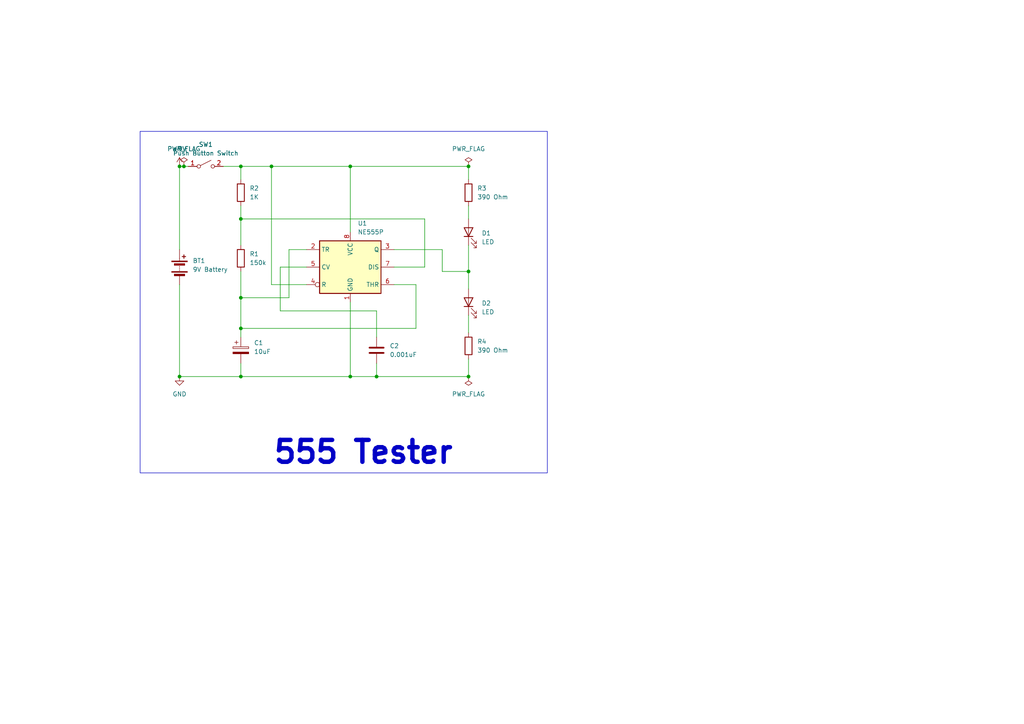
<source format=kicad_sch>
(kicad_sch
	(version 20250114)
	(generator "eeschema")
	(generator_version "9.0")
	(uuid "3114c88a-c055-43a9-b1c8-6a4639cb557e")
	(paper "A4")
	(lib_symbols
		(symbol "Device:Battery"
			(pin_numbers
				(hide yes)
			)
			(pin_names
				(offset 0)
				(hide yes)
			)
			(exclude_from_sim no)
			(in_bom yes)
			(on_board yes)
			(property "Reference" "BT"
				(at 2.54 2.54 0)
				(effects
					(font
						(size 1.27 1.27)
					)
					(justify left)
				)
			)
			(property "Value" "Battery"
				(at 2.54 0 0)
				(effects
					(font
						(size 1.27 1.27)
					)
					(justify left)
				)
			)
			(property "Footprint" ""
				(at 0 1.524 90)
				(effects
					(font
						(size 1.27 1.27)
					)
					(hide yes)
				)
			)
			(property "Datasheet" "~"
				(at 0 1.524 90)
				(effects
					(font
						(size 1.27 1.27)
					)
					(hide yes)
				)
			)
			(property "Description" "Multiple-cell battery"
				(at 0 0 0)
				(effects
					(font
						(size 1.27 1.27)
					)
					(hide yes)
				)
			)
			(property "ki_keywords" "batt voltage-source cell"
				(at 0 0 0)
				(effects
					(font
						(size 1.27 1.27)
					)
					(hide yes)
				)
			)
			(symbol "Battery_0_1"
				(rectangle
					(start -2.286 1.778)
					(end 2.286 1.524)
					(stroke
						(width 0)
						(type default)
					)
					(fill
						(type outline)
					)
				)
				(rectangle
					(start -2.286 -1.27)
					(end 2.286 -1.524)
					(stroke
						(width 0)
						(type default)
					)
					(fill
						(type outline)
					)
				)
				(rectangle
					(start -1.524 1.016)
					(end 1.524 0.508)
					(stroke
						(width 0)
						(type default)
					)
					(fill
						(type outline)
					)
				)
				(rectangle
					(start -1.524 -2.032)
					(end 1.524 -2.54)
					(stroke
						(width 0)
						(type default)
					)
					(fill
						(type outline)
					)
				)
				(polyline
					(pts
						(xy 0 1.778) (xy 0 2.54)
					)
					(stroke
						(width 0)
						(type default)
					)
					(fill
						(type none)
					)
				)
				(polyline
					(pts
						(xy 0 0) (xy 0 0.254)
					)
					(stroke
						(width 0)
						(type default)
					)
					(fill
						(type none)
					)
				)
				(polyline
					(pts
						(xy 0 -0.508) (xy 0 -0.254)
					)
					(stroke
						(width 0)
						(type default)
					)
					(fill
						(type none)
					)
				)
				(polyline
					(pts
						(xy 0 -1.016) (xy 0 -0.762)
					)
					(stroke
						(width 0)
						(type default)
					)
					(fill
						(type none)
					)
				)
				(polyline
					(pts
						(xy 0.762 3.048) (xy 1.778 3.048)
					)
					(stroke
						(width 0.254)
						(type default)
					)
					(fill
						(type none)
					)
				)
				(polyline
					(pts
						(xy 1.27 3.556) (xy 1.27 2.54)
					)
					(stroke
						(width 0.254)
						(type default)
					)
					(fill
						(type none)
					)
				)
			)
			(symbol "Battery_1_1"
				(pin passive line
					(at 0 5.08 270)
					(length 2.54)
					(name "+"
						(effects
							(font
								(size 1.27 1.27)
							)
						)
					)
					(number "1"
						(effects
							(font
								(size 1.27 1.27)
							)
						)
					)
				)
				(pin passive line
					(at 0 -5.08 90)
					(length 2.54)
					(name "-"
						(effects
							(font
								(size 1.27 1.27)
							)
						)
					)
					(number "2"
						(effects
							(font
								(size 1.27 1.27)
							)
						)
					)
				)
			)
			(embedded_fonts no)
		)
		(symbol "Device:C"
			(pin_numbers
				(hide yes)
			)
			(pin_names
				(offset 0.254)
			)
			(exclude_from_sim no)
			(in_bom yes)
			(on_board yes)
			(property "Reference" "C"
				(at 0.635 2.54 0)
				(effects
					(font
						(size 1.27 1.27)
					)
					(justify left)
				)
			)
			(property "Value" "C"
				(at 0.635 -2.54 0)
				(effects
					(font
						(size 1.27 1.27)
					)
					(justify left)
				)
			)
			(property "Footprint" ""
				(at 0.9652 -3.81 0)
				(effects
					(font
						(size 1.27 1.27)
					)
					(hide yes)
				)
			)
			(property "Datasheet" "~"
				(at 0 0 0)
				(effects
					(font
						(size 1.27 1.27)
					)
					(hide yes)
				)
			)
			(property "Description" "Unpolarized capacitor"
				(at 0 0 0)
				(effects
					(font
						(size 1.27 1.27)
					)
					(hide yes)
				)
			)
			(property "ki_keywords" "cap capacitor"
				(at 0 0 0)
				(effects
					(font
						(size 1.27 1.27)
					)
					(hide yes)
				)
			)
			(property "ki_fp_filters" "C_*"
				(at 0 0 0)
				(effects
					(font
						(size 1.27 1.27)
					)
					(hide yes)
				)
			)
			(symbol "C_0_1"
				(polyline
					(pts
						(xy -2.032 0.762) (xy 2.032 0.762)
					)
					(stroke
						(width 0.508)
						(type default)
					)
					(fill
						(type none)
					)
				)
				(polyline
					(pts
						(xy -2.032 -0.762) (xy 2.032 -0.762)
					)
					(stroke
						(width 0.508)
						(type default)
					)
					(fill
						(type none)
					)
				)
			)
			(symbol "C_1_1"
				(pin passive line
					(at 0 3.81 270)
					(length 2.794)
					(name "~"
						(effects
							(font
								(size 1.27 1.27)
							)
						)
					)
					(number "1"
						(effects
							(font
								(size 1.27 1.27)
							)
						)
					)
				)
				(pin passive line
					(at 0 -3.81 90)
					(length 2.794)
					(name "~"
						(effects
							(font
								(size 1.27 1.27)
							)
						)
					)
					(number "2"
						(effects
							(font
								(size 1.27 1.27)
							)
						)
					)
				)
			)
			(embedded_fonts no)
		)
		(symbol "Device:C_Polarized"
			(pin_numbers
				(hide yes)
			)
			(pin_names
				(offset 0.254)
			)
			(exclude_from_sim no)
			(in_bom yes)
			(on_board yes)
			(property "Reference" "C"
				(at 0.635 2.54 0)
				(effects
					(font
						(size 1.27 1.27)
					)
					(justify left)
				)
			)
			(property "Value" "C_Polarized"
				(at 0.635 -2.54 0)
				(effects
					(font
						(size 1.27 1.27)
					)
					(justify left)
				)
			)
			(property "Footprint" ""
				(at 0.9652 -3.81 0)
				(effects
					(font
						(size 1.27 1.27)
					)
					(hide yes)
				)
			)
			(property "Datasheet" "~"
				(at 0 0 0)
				(effects
					(font
						(size 1.27 1.27)
					)
					(hide yes)
				)
			)
			(property "Description" "Polarized capacitor"
				(at 0 0 0)
				(effects
					(font
						(size 1.27 1.27)
					)
					(hide yes)
				)
			)
			(property "ki_keywords" "cap capacitor"
				(at 0 0 0)
				(effects
					(font
						(size 1.27 1.27)
					)
					(hide yes)
				)
			)
			(property "ki_fp_filters" "CP_*"
				(at 0 0 0)
				(effects
					(font
						(size 1.27 1.27)
					)
					(hide yes)
				)
			)
			(symbol "C_Polarized_0_1"
				(rectangle
					(start -2.286 0.508)
					(end 2.286 1.016)
					(stroke
						(width 0)
						(type default)
					)
					(fill
						(type none)
					)
				)
				(polyline
					(pts
						(xy -1.778 2.286) (xy -0.762 2.286)
					)
					(stroke
						(width 0)
						(type default)
					)
					(fill
						(type none)
					)
				)
				(polyline
					(pts
						(xy -1.27 2.794) (xy -1.27 1.778)
					)
					(stroke
						(width 0)
						(type default)
					)
					(fill
						(type none)
					)
				)
				(rectangle
					(start 2.286 -0.508)
					(end -2.286 -1.016)
					(stroke
						(width 0)
						(type default)
					)
					(fill
						(type outline)
					)
				)
			)
			(symbol "C_Polarized_1_1"
				(pin passive line
					(at 0 3.81 270)
					(length 2.794)
					(name "~"
						(effects
							(font
								(size 1.27 1.27)
							)
						)
					)
					(number "1"
						(effects
							(font
								(size 1.27 1.27)
							)
						)
					)
				)
				(pin passive line
					(at 0 -3.81 90)
					(length 2.794)
					(name "~"
						(effects
							(font
								(size 1.27 1.27)
							)
						)
					)
					(number "2"
						(effects
							(font
								(size 1.27 1.27)
							)
						)
					)
				)
			)
			(embedded_fonts no)
		)
		(symbol "Device:LED"
			(pin_numbers
				(hide yes)
			)
			(pin_names
				(offset 1.016)
				(hide yes)
			)
			(exclude_from_sim no)
			(in_bom yes)
			(on_board yes)
			(property "Reference" "D"
				(at 0 2.54 0)
				(effects
					(font
						(size 1.27 1.27)
					)
				)
			)
			(property "Value" "LED"
				(at 0 -2.54 0)
				(effects
					(font
						(size 1.27 1.27)
					)
				)
			)
			(property "Footprint" ""
				(at 0 0 0)
				(effects
					(font
						(size 1.27 1.27)
					)
					(hide yes)
				)
			)
			(property "Datasheet" "~"
				(at 0 0 0)
				(effects
					(font
						(size 1.27 1.27)
					)
					(hide yes)
				)
			)
			(property "Description" "Light emitting diode"
				(at 0 0 0)
				(effects
					(font
						(size 1.27 1.27)
					)
					(hide yes)
				)
			)
			(property "Sim.Pins" "1=K 2=A"
				(at 0 0 0)
				(effects
					(font
						(size 1.27 1.27)
					)
					(hide yes)
				)
			)
			(property "ki_keywords" "LED diode"
				(at 0 0 0)
				(effects
					(font
						(size 1.27 1.27)
					)
					(hide yes)
				)
			)
			(property "ki_fp_filters" "LED* LED_SMD:* LED_THT:*"
				(at 0 0 0)
				(effects
					(font
						(size 1.27 1.27)
					)
					(hide yes)
				)
			)
			(symbol "LED_0_1"
				(polyline
					(pts
						(xy -3.048 -0.762) (xy -4.572 -2.286) (xy -3.81 -2.286) (xy -4.572 -2.286) (xy -4.572 -1.524)
					)
					(stroke
						(width 0)
						(type default)
					)
					(fill
						(type none)
					)
				)
				(polyline
					(pts
						(xy -1.778 -0.762) (xy -3.302 -2.286) (xy -2.54 -2.286) (xy -3.302 -2.286) (xy -3.302 -1.524)
					)
					(stroke
						(width 0)
						(type default)
					)
					(fill
						(type none)
					)
				)
				(polyline
					(pts
						(xy -1.27 0) (xy 1.27 0)
					)
					(stroke
						(width 0)
						(type default)
					)
					(fill
						(type none)
					)
				)
				(polyline
					(pts
						(xy -1.27 -1.27) (xy -1.27 1.27)
					)
					(stroke
						(width 0.254)
						(type default)
					)
					(fill
						(type none)
					)
				)
				(polyline
					(pts
						(xy 1.27 -1.27) (xy 1.27 1.27) (xy -1.27 0) (xy 1.27 -1.27)
					)
					(stroke
						(width 0.254)
						(type default)
					)
					(fill
						(type none)
					)
				)
			)
			(symbol "LED_1_1"
				(pin passive line
					(at -3.81 0 0)
					(length 2.54)
					(name "K"
						(effects
							(font
								(size 1.27 1.27)
							)
						)
					)
					(number "1"
						(effects
							(font
								(size 1.27 1.27)
							)
						)
					)
				)
				(pin passive line
					(at 3.81 0 180)
					(length 2.54)
					(name "A"
						(effects
							(font
								(size 1.27 1.27)
							)
						)
					)
					(number "2"
						(effects
							(font
								(size 1.27 1.27)
							)
						)
					)
				)
			)
			(embedded_fonts no)
		)
		(symbol "Device:R"
			(pin_numbers
				(hide yes)
			)
			(pin_names
				(offset 0)
			)
			(exclude_from_sim no)
			(in_bom yes)
			(on_board yes)
			(property "Reference" "R"
				(at 2.032 0 90)
				(effects
					(font
						(size 1.27 1.27)
					)
				)
			)
			(property "Value" "R"
				(at 0 0 90)
				(effects
					(font
						(size 1.27 1.27)
					)
				)
			)
			(property "Footprint" ""
				(at -1.778 0 90)
				(effects
					(font
						(size 1.27 1.27)
					)
					(hide yes)
				)
			)
			(property "Datasheet" "~"
				(at 0 0 0)
				(effects
					(font
						(size 1.27 1.27)
					)
					(hide yes)
				)
			)
			(property "Description" "Resistor"
				(at 0 0 0)
				(effects
					(font
						(size 1.27 1.27)
					)
					(hide yes)
				)
			)
			(property "ki_keywords" "R res resistor"
				(at 0 0 0)
				(effects
					(font
						(size 1.27 1.27)
					)
					(hide yes)
				)
			)
			(property "ki_fp_filters" "R_*"
				(at 0 0 0)
				(effects
					(font
						(size 1.27 1.27)
					)
					(hide yes)
				)
			)
			(symbol "R_0_1"
				(rectangle
					(start -1.016 -2.54)
					(end 1.016 2.54)
					(stroke
						(width 0.254)
						(type default)
					)
					(fill
						(type none)
					)
				)
			)
			(symbol "R_1_1"
				(pin passive line
					(at 0 3.81 270)
					(length 1.27)
					(name "~"
						(effects
							(font
								(size 1.27 1.27)
							)
						)
					)
					(number "1"
						(effects
							(font
								(size 1.27 1.27)
							)
						)
					)
				)
				(pin passive line
					(at 0 -3.81 90)
					(length 1.27)
					(name "~"
						(effects
							(font
								(size 1.27 1.27)
							)
						)
					)
					(number "2"
						(effects
							(font
								(size 1.27 1.27)
							)
						)
					)
				)
			)
			(embedded_fonts no)
		)
		(symbol "Switch:SW_SPST"
			(pin_names
				(offset 0)
				(hide yes)
			)
			(exclude_from_sim no)
			(in_bom yes)
			(on_board yes)
			(property "Reference" "SW"
				(at 0 3.175 0)
				(effects
					(font
						(size 1.27 1.27)
					)
				)
			)
			(property "Value" "SW_SPST"
				(at 0 -2.54 0)
				(effects
					(font
						(size 1.27 1.27)
					)
				)
			)
			(property "Footprint" ""
				(at 0 0 0)
				(effects
					(font
						(size 1.27 1.27)
					)
					(hide yes)
				)
			)
			(property "Datasheet" "~"
				(at 0 0 0)
				(effects
					(font
						(size 1.27 1.27)
					)
					(hide yes)
				)
			)
			(property "Description" "Single Pole Single Throw (SPST) switch"
				(at 0 0 0)
				(effects
					(font
						(size 1.27 1.27)
					)
					(hide yes)
				)
			)
			(property "ki_keywords" "switch lever"
				(at 0 0 0)
				(effects
					(font
						(size 1.27 1.27)
					)
					(hide yes)
				)
			)
			(symbol "SW_SPST_0_0"
				(circle
					(center -2.032 0)
					(radius 0.508)
					(stroke
						(width 0)
						(type default)
					)
					(fill
						(type none)
					)
				)
				(polyline
					(pts
						(xy -1.524 0.254) (xy 1.524 1.778)
					)
					(stroke
						(width 0)
						(type default)
					)
					(fill
						(type none)
					)
				)
				(circle
					(center 2.032 0)
					(radius 0.508)
					(stroke
						(width 0)
						(type default)
					)
					(fill
						(type none)
					)
				)
			)
			(symbol "SW_SPST_1_1"
				(pin passive line
					(at -5.08 0 0)
					(length 2.54)
					(name "A"
						(effects
							(font
								(size 1.27 1.27)
							)
						)
					)
					(number "1"
						(effects
							(font
								(size 1.27 1.27)
							)
						)
					)
				)
				(pin passive line
					(at 5.08 0 180)
					(length 2.54)
					(name "B"
						(effects
							(font
								(size 1.27 1.27)
							)
						)
					)
					(number "2"
						(effects
							(font
								(size 1.27 1.27)
							)
						)
					)
				)
			)
			(embedded_fonts no)
		)
		(symbol "Timer:NE555P"
			(exclude_from_sim no)
			(in_bom yes)
			(on_board yes)
			(property "Reference" "U"
				(at -10.16 8.89 0)
				(effects
					(font
						(size 1.27 1.27)
					)
					(justify left)
				)
			)
			(property "Value" "NE555P"
				(at 2.54 8.89 0)
				(effects
					(font
						(size 1.27 1.27)
					)
					(justify left)
				)
			)
			(property "Footprint" "Package_DIP:DIP-8_W7.62mm"
				(at 16.51 -10.16 0)
				(effects
					(font
						(size 1.27 1.27)
					)
					(hide yes)
				)
			)
			(property "Datasheet" "http://www.ti.com/lit/ds/symlink/ne555.pdf"
				(at 21.59 -10.16 0)
				(effects
					(font
						(size 1.27 1.27)
					)
					(hide yes)
				)
			)
			(property "Description" "Precision Timers, 555 compatible,  PDIP-8"
				(at 0 0 0)
				(effects
					(font
						(size 1.27 1.27)
					)
					(hide yes)
				)
			)
			(property "ki_keywords" "single timer 555"
				(at 0 0 0)
				(effects
					(font
						(size 1.27 1.27)
					)
					(hide yes)
				)
			)
			(property "ki_fp_filters" "DIP*W7.62mm*"
				(at 0 0 0)
				(effects
					(font
						(size 1.27 1.27)
					)
					(hide yes)
				)
			)
			(symbol "NE555P_0_0"
				(pin power_in line
					(at 0 10.16 270)
					(length 2.54)
					(name "VCC"
						(effects
							(font
								(size 1.27 1.27)
							)
						)
					)
					(number "8"
						(effects
							(font
								(size 1.27 1.27)
							)
						)
					)
				)
				(pin power_in line
					(at 0 -10.16 90)
					(length 2.54)
					(name "GND"
						(effects
							(font
								(size 1.27 1.27)
							)
						)
					)
					(number "1"
						(effects
							(font
								(size 1.27 1.27)
							)
						)
					)
				)
			)
			(symbol "NE555P_0_1"
				(rectangle
					(start -8.89 -7.62)
					(end 8.89 7.62)
					(stroke
						(width 0.254)
						(type default)
					)
					(fill
						(type background)
					)
				)
				(rectangle
					(start -8.89 -7.62)
					(end 8.89 7.62)
					(stroke
						(width 0.254)
						(type default)
					)
					(fill
						(type background)
					)
				)
			)
			(symbol "NE555P_1_1"
				(pin input line
					(at -12.7 5.08 0)
					(length 3.81)
					(name "TR"
						(effects
							(font
								(size 1.27 1.27)
							)
						)
					)
					(number "2"
						(effects
							(font
								(size 1.27 1.27)
							)
						)
					)
				)
				(pin input line
					(at -12.7 0 0)
					(length 3.81)
					(name "CV"
						(effects
							(font
								(size 1.27 1.27)
							)
						)
					)
					(number "5"
						(effects
							(font
								(size 1.27 1.27)
							)
						)
					)
				)
				(pin input inverted
					(at -12.7 -5.08 0)
					(length 3.81)
					(name "R"
						(effects
							(font
								(size 1.27 1.27)
							)
						)
					)
					(number "4"
						(effects
							(font
								(size 1.27 1.27)
							)
						)
					)
				)
				(pin output line
					(at 12.7 5.08 180)
					(length 3.81)
					(name "Q"
						(effects
							(font
								(size 1.27 1.27)
							)
						)
					)
					(number "3"
						(effects
							(font
								(size 1.27 1.27)
							)
						)
					)
				)
				(pin input line
					(at 12.7 0 180)
					(length 3.81)
					(name "DIS"
						(effects
							(font
								(size 1.27 1.27)
							)
						)
					)
					(number "7"
						(effects
							(font
								(size 1.27 1.27)
							)
						)
					)
				)
				(pin input line
					(at 12.7 -5.08 180)
					(length 3.81)
					(name "THR"
						(effects
							(font
								(size 1.27 1.27)
							)
						)
					)
					(number "6"
						(effects
							(font
								(size 1.27 1.27)
							)
						)
					)
				)
			)
			(embedded_fonts no)
		)
		(symbol "power:+9V"
			(power)
			(pin_numbers
				(hide yes)
			)
			(pin_names
				(offset 0)
				(hide yes)
			)
			(exclude_from_sim no)
			(in_bom yes)
			(on_board yes)
			(property "Reference" "#PWR"
				(at 0 -3.81 0)
				(effects
					(font
						(size 1.27 1.27)
					)
					(hide yes)
				)
			)
			(property "Value" "+9V"
				(at 0 3.556 0)
				(effects
					(font
						(size 1.27 1.27)
					)
				)
			)
			(property "Footprint" ""
				(at 0 0 0)
				(effects
					(font
						(size 1.27 1.27)
					)
					(hide yes)
				)
			)
			(property "Datasheet" ""
				(at 0 0 0)
				(effects
					(font
						(size 1.27 1.27)
					)
					(hide yes)
				)
			)
			(property "Description" "Power symbol creates a global label with name \"+9V\""
				(at 0 0 0)
				(effects
					(font
						(size 1.27 1.27)
					)
					(hide yes)
				)
			)
			(property "ki_keywords" "global power"
				(at 0 0 0)
				(effects
					(font
						(size 1.27 1.27)
					)
					(hide yes)
				)
			)
			(symbol "+9V_0_1"
				(polyline
					(pts
						(xy -0.762 1.27) (xy 0 2.54)
					)
					(stroke
						(width 0)
						(type default)
					)
					(fill
						(type none)
					)
				)
				(polyline
					(pts
						(xy 0 2.54) (xy 0.762 1.27)
					)
					(stroke
						(width 0)
						(type default)
					)
					(fill
						(type none)
					)
				)
				(polyline
					(pts
						(xy 0 0) (xy 0 2.54)
					)
					(stroke
						(width 0)
						(type default)
					)
					(fill
						(type none)
					)
				)
			)
			(symbol "+9V_1_1"
				(pin power_in line
					(at 0 0 90)
					(length 0)
					(name "~"
						(effects
							(font
								(size 1.27 1.27)
							)
						)
					)
					(number "1"
						(effects
							(font
								(size 1.27 1.27)
							)
						)
					)
				)
			)
			(embedded_fonts no)
		)
		(symbol "power:GND"
			(power)
			(pin_numbers
				(hide yes)
			)
			(pin_names
				(offset 0)
				(hide yes)
			)
			(exclude_from_sim no)
			(in_bom yes)
			(on_board yes)
			(property "Reference" "#PWR"
				(at 0 -6.35 0)
				(effects
					(font
						(size 1.27 1.27)
					)
					(hide yes)
				)
			)
			(property "Value" "GND"
				(at 0 -3.81 0)
				(effects
					(font
						(size 1.27 1.27)
					)
				)
			)
			(property "Footprint" ""
				(at 0 0 0)
				(effects
					(font
						(size 1.27 1.27)
					)
					(hide yes)
				)
			)
			(property "Datasheet" ""
				(at 0 0 0)
				(effects
					(font
						(size 1.27 1.27)
					)
					(hide yes)
				)
			)
			(property "Description" "Power symbol creates a global label with name \"GND\" , ground"
				(at 0 0 0)
				(effects
					(font
						(size 1.27 1.27)
					)
					(hide yes)
				)
			)
			(property "ki_keywords" "global power"
				(at 0 0 0)
				(effects
					(font
						(size 1.27 1.27)
					)
					(hide yes)
				)
			)
			(symbol "GND_0_1"
				(polyline
					(pts
						(xy 0 0) (xy 0 -1.27) (xy 1.27 -1.27) (xy 0 -2.54) (xy -1.27 -1.27) (xy 0 -1.27)
					)
					(stroke
						(width 0)
						(type default)
					)
					(fill
						(type none)
					)
				)
			)
			(symbol "GND_1_1"
				(pin power_in line
					(at 0 0 270)
					(length 0)
					(name "~"
						(effects
							(font
								(size 1.27 1.27)
							)
						)
					)
					(number "1"
						(effects
							(font
								(size 1.27 1.27)
							)
						)
					)
				)
			)
			(embedded_fonts no)
		)
		(symbol "power:PWR_FLAG"
			(power)
			(pin_numbers
				(hide yes)
			)
			(pin_names
				(offset 0)
				(hide yes)
			)
			(exclude_from_sim no)
			(in_bom yes)
			(on_board yes)
			(property "Reference" "#FLG"
				(at 0 1.905 0)
				(effects
					(font
						(size 1.27 1.27)
					)
					(hide yes)
				)
			)
			(property "Value" "PWR_FLAG"
				(at 0 3.81 0)
				(effects
					(font
						(size 1.27 1.27)
					)
				)
			)
			(property "Footprint" ""
				(at 0 0 0)
				(effects
					(font
						(size 1.27 1.27)
					)
					(hide yes)
				)
			)
			(property "Datasheet" "~"
				(at 0 0 0)
				(effects
					(font
						(size 1.27 1.27)
					)
					(hide yes)
				)
			)
			(property "Description" "Special symbol for telling ERC where power comes from"
				(at 0 0 0)
				(effects
					(font
						(size 1.27 1.27)
					)
					(hide yes)
				)
			)
			(property "ki_keywords" "flag power"
				(at 0 0 0)
				(effects
					(font
						(size 1.27 1.27)
					)
					(hide yes)
				)
			)
			(symbol "PWR_FLAG_0_0"
				(pin power_out line
					(at 0 0 90)
					(length 0)
					(name "~"
						(effects
							(font
								(size 1.27 1.27)
							)
						)
					)
					(number "1"
						(effects
							(font
								(size 1.27 1.27)
							)
						)
					)
				)
			)
			(symbol "PWR_FLAG_0_1"
				(polyline
					(pts
						(xy 0 0) (xy 0 1.27) (xy -1.016 1.905) (xy 0 2.54) (xy 1.016 1.905) (xy 0 1.27)
					)
					(stroke
						(width 0)
						(type default)
					)
					(fill
						(type none)
					)
				)
			)
			(embedded_fonts no)
		)
	)
	(rectangle
		(start 40.64 38.1)
		(end 158.75 137.16)
		(stroke
			(width 0)
			(type default)
		)
		(fill
			(type none)
		)
		(uuid 5b5edf72-8b18-4cdb-b501-90ce4c71ad44)
	)
	(text "555 Tester"
		(exclude_from_sim no)
		(at 105.41 131.318 0)
		(effects
			(font
				(size 6.35 6.35)
				(thickness 1.27)
				(bold yes)
			)
		)
		(uuid "f4c733a8-cd21-4789-a6eb-f2c6f74b54d8")
	)
	(junction
		(at 101.6 48.26)
		(diameter 0)
		(color 0 0 0 0)
		(uuid "042a4a24-2eda-4004-9041-70e2669115c2")
	)
	(junction
		(at 53.34 48.26)
		(diameter 0)
		(color 0 0 0 0)
		(uuid "0ce3f130-3750-4075-9054-066b9bfe9a8d")
	)
	(junction
		(at 69.85 48.26)
		(diameter 0)
		(color 0 0 0 0)
		(uuid "11c0142b-9fc9-4af5-bb8e-bff418cefa91")
	)
	(junction
		(at 69.85 95.25)
		(diameter 0)
		(color 0 0 0 0)
		(uuid "11fea3d0-6241-4727-bef7-a6d583445519")
	)
	(junction
		(at 69.85 86.36)
		(diameter 0)
		(color 0 0 0 0)
		(uuid "15daa86c-77b9-459e-bbd7-dc14c016e34c")
	)
	(junction
		(at 135.89 78.74)
		(diameter 0)
		(color 0 0 0 0)
		(uuid "225113c2-6d94-4fdd-97a4-eac59fa9682f")
	)
	(junction
		(at 135.89 48.26)
		(diameter 0)
		(color 0 0 0 0)
		(uuid "296f4cfe-c2bb-49c2-9ad6-162737203a07")
	)
	(junction
		(at 52.07 48.26)
		(diameter 0)
		(color 0 0 0 0)
		(uuid "4ea6f5a4-c977-4e1a-b7fa-cc59033612ba")
	)
	(junction
		(at 109.22 109.22)
		(diameter 0)
		(color 0 0 0 0)
		(uuid "55ff0b2f-f264-45a8-a44c-ab53a70fe80d")
	)
	(junction
		(at 135.89 109.22)
		(diameter 0)
		(color 0 0 0 0)
		(uuid "92d8d150-a3b5-4689-9b3e-2efc7ae4b5ef")
	)
	(junction
		(at 69.85 109.22)
		(diameter 0)
		(color 0 0 0 0)
		(uuid "946265ec-2544-47ab-8a69-33b239274fa6")
	)
	(junction
		(at 101.6 109.22)
		(diameter 0)
		(color 0 0 0 0)
		(uuid "ab6a5955-6e3d-47c7-861b-90dae2d55797")
	)
	(junction
		(at 78.74 48.26)
		(diameter 0)
		(color 0 0 0 0)
		(uuid "cac7c87c-761d-4c15-8543-dd73c436ab56")
	)
	(junction
		(at 52.07 109.22)
		(diameter 0)
		(color 0 0 0 0)
		(uuid "d9e56767-e981-4ca3-a8de-fa3ce1712697")
	)
	(junction
		(at 69.85 63.5)
		(diameter 0)
		(color 0 0 0 0)
		(uuid "f57b8cae-765a-4fe0-90bf-6b1edbb8b4e7")
	)
	(wire
		(pts
			(xy 69.85 95.25) (xy 69.85 97.79)
		)
		(stroke
			(width 0)
			(type default)
		)
		(uuid "02dd9cfc-4f9d-483f-a2ed-d201f54eb717")
	)
	(wire
		(pts
			(xy 128.27 72.39) (xy 128.27 78.74)
		)
		(stroke
			(width 0)
			(type default)
		)
		(uuid "03e26bde-1371-43c4-ac61-ec43f4e95493")
	)
	(wire
		(pts
			(xy 114.3 72.39) (xy 128.27 72.39)
		)
		(stroke
			(width 0)
			(type default)
		)
		(uuid "06b9386f-039d-4a59-9554-09bc7eb3bffe")
	)
	(wire
		(pts
			(xy 83.82 72.39) (xy 83.82 86.36)
		)
		(stroke
			(width 0)
			(type default)
		)
		(uuid "1cd8f2a4-bd20-481d-b988-c79602331bd2")
	)
	(wire
		(pts
			(xy 69.85 63.5) (xy 123.19 63.5)
		)
		(stroke
			(width 0)
			(type default)
		)
		(uuid "20a378b7-441e-4cca-863f-c4b03bd4c2b9")
	)
	(wire
		(pts
			(xy 69.85 105.41) (xy 69.85 109.22)
		)
		(stroke
			(width 0)
			(type default)
		)
		(uuid "2359fa14-3a7c-437c-9cf0-dc1f4924c8d5")
	)
	(wire
		(pts
			(xy 128.27 78.74) (xy 135.89 78.74)
		)
		(stroke
			(width 0)
			(type default)
		)
		(uuid "2e8acdac-ca32-4546-aef4-aaa6fdcf5ccb")
	)
	(wire
		(pts
			(xy 109.22 109.22) (xy 135.89 109.22)
		)
		(stroke
			(width 0)
			(type default)
		)
		(uuid "2fb03226-d077-405b-abc8-cfcac49da4a5")
	)
	(wire
		(pts
			(xy 101.6 87.63) (xy 101.6 109.22)
		)
		(stroke
			(width 0)
			(type default)
		)
		(uuid "30e3ee50-9388-4b25-ab3e-153f3dcccc92")
	)
	(wire
		(pts
			(xy 88.9 72.39) (xy 83.82 72.39)
		)
		(stroke
			(width 0)
			(type default)
		)
		(uuid "3294dafe-c2cc-48e5-b31e-42725654df22")
	)
	(wire
		(pts
			(xy 52.07 82.55) (xy 52.07 109.22)
		)
		(stroke
			(width 0)
			(type default)
		)
		(uuid "335c8f8e-7aeb-42fc-83cc-bc0b77ed325a")
	)
	(wire
		(pts
			(xy 88.9 77.47) (xy 81.28 77.47)
		)
		(stroke
			(width 0)
			(type default)
		)
		(uuid "382de3a1-1e5f-4df2-aa84-8ce94cf93c20")
	)
	(wire
		(pts
			(xy 120.65 95.25) (xy 69.85 95.25)
		)
		(stroke
			(width 0)
			(type default)
		)
		(uuid "3bf9cad6-263d-4a91-a9cf-cf6353af6583")
	)
	(wire
		(pts
			(xy 114.3 77.47) (xy 123.19 77.47)
		)
		(stroke
			(width 0)
			(type default)
		)
		(uuid "3fc81bb3-9cf3-401e-99af-66b96475a6ac")
	)
	(wire
		(pts
			(xy 101.6 109.22) (xy 109.22 109.22)
		)
		(stroke
			(width 0)
			(type default)
		)
		(uuid "40af74c5-6786-4c28-bcb3-6d197eea2532")
	)
	(wire
		(pts
			(xy 114.3 82.55) (xy 120.65 82.55)
		)
		(stroke
			(width 0)
			(type default)
		)
		(uuid "4117a939-2dff-4812-ace1-dbf9450c677a")
	)
	(wire
		(pts
			(xy 69.85 78.74) (xy 69.85 86.36)
		)
		(stroke
			(width 0)
			(type default)
		)
		(uuid "47250a6a-11be-44bb-85b0-92866c09033a")
	)
	(wire
		(pts
			(xy 109.22 90.17) (xy 109.22 97.79)
		)
		(stroke
			(width 0)
			(type default)
		)
		(uuid "62acdea3-7653-4b08-bcd3-dcb775a8628d")
	)
	(wire
		(pts
			(xy 123.19 77.47) (xy 123.19 63.5)
		)
		(stroke
			(width 0)
			(type default)
		)
		(uuid "6a406419-1f2c-4569-af2d-985852b41e55")
	)
	(wire
		(pts
			(xy 83.82 86.36) (xy 69.85 86.36)
		)
		(stroke
			(width 0)
			(type default)
		)
		(uuid "6de28ea5-7a49-4d49-a9ad-d05f08c71e6d")
	)
	(wire
		(pts
			(xy 81.28 90.17) (xy 109.22 90.17)
		)
		(stroke
			(width 0)
			(type default)
		)
		(uuid "6ef1ce03-f58f-43f5-af27-d664ef86f7a1")
	)
	(wire
		(pts
			(xy 88.9 82.55) (xy 78.74 82.55)
		)
		(stroke
			(width 0)
			(type default)
		)
		(uuid "77437db9-81b8-4933-a78a-6cca7a482d38")
	)
	(wire
		(pts
			(xy 101.6 48.26) (xy 135.89 48.26)
		)
		(stroke
			(width 0)
			(type default)
		)
		(uuid "776bdf71-f75c-4076-aa55-e3070ee56e6d")
	)
	(wire
		(pts
			(xy 78.74 48.26) (xy 78.74 82.55)
		)
		(stroke
			(width 0)
			(type default)
		)
		(uuid "7d3c18db-2dcc-4463-9f52-f95d8201136e")
	)
	(wire
		(pts
			(xy 120.65 82.55) (xy 120.65 95.25)
		)
		(stroke
			(width 0)
			(type default)
		)
		(uuid "7dfc49cd-9f54-4caf-bd20-df85c39599b1")
	)
	(wire
		(pts
			(xy 135.89 48.26) (xy 135.89 52.07)
		)
		(stroke
			(width 0)
			(type default)
		)
		(uuid "8aef31bd-1158-4444-aa59-70b995985c01")
	)
	(wire
		(pts
			(xy 69.85 48.26) (xy 69.85 52.07)
		)
		(stroke
			(width 0)
			(type default)
		)
		(uuid "8ca7e8b3-6e38-4b28-9905-a02ce2c57f26")
	)
	(wire
		(pts
			(xy 81.28 77.47) (xy 81.28 90.17)
		)
		(stroke
			(width 0)
			(type default)
		)
		(uuid "8fb77077-9832-4d5f-a55f-0e0925123dbf")
	)
	(wire
		(pts
			(xy 78.74 48.26) (xy 101.6 48.26)
		)
		(stroke
			(width 0)
			(type default)
		)
		(uuid "95a62a7e-3ef4-4e6a-ba55-75da4473d7bd")
	)
	(wire
		(pts
			(xy 101.6 48.26) (xy 101.6 67.31)
		)
		(stroke
			(width 0)
			(type default)
		)
		(uuid "9a13af9a-722b-4756-a3e2-dccdaec3dcc4")
	)
	(wire
		(pts
			(xy 69.85 48.26) (xy 78.74 48.26)
		)
		(stroke
			(width 0)
			(type default)
		)
		(uuid "9bbe67ef-e772-4d65-8525-0ae956ecb701")
	)
	(wire
		(pts
			(xy 69.85 86.36) (xy 69.85 95.25)
		)
		(stroke
			(width 0)
			(type default)
		)
		(uuid "a6ba77c7-894c-44a3-a110-f9ded1fcdf5c")
	)
	(wire
		(pts
			(xy 69.85 59.69) (xy 69.85 63.5)
		)
		(stroke
			(width 0)
			(type default)
		)
		(uuid "ae9756f0-7c9d-49c0-9a29-361559bafda5")
	)
	(wire
		(pts
			(xy 53.34 48.26) (xy 54.61 48.26)
		)
		(stroke
			(width 0)
			(type default)
		)
		(uuid "af485a32-c174-4b16-822b-5b242d7c6193")
	)
	(wire
		(pts
			(xy 135.89 91.44) (xy 135.89 96.52)
		)
		(stroke
			(width 0)
			(type default)
		)
		(uuid "bac2d8fe-97c2-4e5e-8669-2f7fce3c5f3b")
	)
	(wire
		(pts
			(xy 52.07 109.22) (xy 69.85 109.22)
		)
		(stroke
			(width 0)
			(type default)
		)
		(uuid "bfd7faa2-265c-42d5-942e-14f815fb2ce9")
	)
	(wire
		(pts
			(xy 69.85 109.22) (xy 101.6 109.22)
		)
		(stroke
			(width 0)
			(type default)
		)
		(uuid "c6944075-2dd2-4146-9175-e045d9880663")
	)
	(wire
		(pts
			(xy 135.89 71.12) (xy 135.89 78.74)
		)
		(stroke
			(width 0)
			(type default)
		)
		(uuid "cb317871-46e2-464b-90ca-07ce5d9d2b94")
	)
	(wire
		(pts
			(xy 135.89 59.69) (xy 135.89 63.5)
		)
		(stroke
			(width 0)
			(type default)
		)
		(uuid "d1b6c987-5f21-40a2-bcc7-16ec78adbe9f")
	)
	(wire
		(pts
			(xy 52.07 48.26) (xy 53.34 48.26)
		)
		(stroke
			(width 0)
			(type default)
		)
		(uuid "d928186d-779a-4464-9e37-2265c61b68df")
	)
	(wire
		(pts
			(xy 52.07 48.26) (xy 52.07 72.39)
		)
		(stroke
			(width 0)
			(type default)
		)
		(uuid "e499f0ed-c965-4172-b692-5d85d9a803e4")
	)
	(wire
		(pts
			(xy 135.89 104.14) (xy 135.89 109.22)
		)
		(stroke
			(width 0)
			(type default)
		)
		(uuid "ec894bd4-c9d2-427f-9502-0a82cc45377f")
	)
	(wire
		(pts
			(xy 109.22 105.41) (xy 109.22 109.22)
		)
		(stroke
			(width 0)
			(type default)
		)
		(uuid "f0f532ed-0a61-45ea-8c3d-778cd91b536b")
	)
	(wire
		(pts
			(xy 64.77 48.26) (xy 69.85 48.26)
		)
		(stroke
			(width 0)
			(type default)
		)
		(uuid "f388344a-d5ad-43a1-839b-b8c23fee3d2c")
	)
	(wire
		(pts
			(xy 69.85 63.5) (xy 69.85 71.12)
		)
		(stroke
			(width 0)
			(type default)
		)
		(uuid "f4016846-11e9-4dce-83a3-9f9b60ab213b")
	)
	(wire
		(pts
			(xy 135.89 78.74) (xy 135.89 83.82)
		)
		(stroke
			(width 0)
			(type default)
		)
		(uuid "fcb73720-ba8b-437c-887b-0f28b343cb7e")
	)
	(symbol
		(lib_id "power:PWR_FLAG")
		(at 53.34 48.26 0)
		(unit 1)
		(exclude_from_sim no)
		(in_bom yes)
		(on_board yes)
		(dnp no)
		(fields_autoplaced yes)
		(uuid "06c28b97-0627-4dd7-acd8-ad3e50e2fe56")
		(property "Reference" "#FLG02"
			(at 53.34 46.355 0)
			(effects
				(font
					(size 1.27 1.27)
				)
				(hide yes)
			)
		)
		(property "Value" "PWR_FLAG"
			(at 53.34 43.18 0)
			(effects
				(font
					(size 1.27 1.27)
				)
			)
		)
		(property "Footprint" ""
			(at 53.34 48.26 0)
			(effects
				(font
					(size 1.27 1.27)
				)
				(hide yes)
			)
		)
		(property "Datasheet" "~"
			(at 53.34 48.26 0)
			(effects
				(font
					(size 1.27 1.27)
				)
				(hide yes)
			)
		)
		(property "Description" "Special symbol for telling ERC where power comes from"
			(at 53.34 48.26 0)
			(effects
				(font
					(size 1.27 1.27)
				)
				(hide yes)
			)
		)
		(pin "1"
			(uuid "c7f5f331-149b-4264-b9c6-d3ea0d17166c")
		)
		(instances
			(project ""
				(path "/3114c88a-c055-43a9-b1c8-6a4639cb557e"
					(reference "#FLG02")
					(unit 1)
				)
			)
		)
	)
	(symbol
		(lib_id "Device:Battery")
		(at 52.07 77.47 0)
		(unit 1)
		(exclude_from_sim no)
		(in_bom yes)
		(on_board yes)
		(dnp no)
		(fields_autoplaced yes)
		(uuid "0c61d513-cf0a-417c-b48f-0e168e72fd99")
		(property "Reference" "BT1"
			(at 55.88 75.6284 0)
			(effects
				(font
					(size 1.27 1.27)
				)
				(justify left)
			)
		)
		(property "Value" "9V Battery"
			(at 55.88 78.1684 0)
			(effects
				(font
					(size 1.27 1.27)
				)
				(justify left)
			)
		)
		(property "Footprint" "Battery:BatteryHolder_Keystone_2462_2xAA"
			(at 52.07 75.946 90)
			(effects
				(font
					(size 1.27 1.27)
				)
				(hide yes)
			)
		)
		(property "Datasheet" "~"
			(at 52.07 75.946 90)
			(effects
				(font
					(size 1.27 1.27)
				)
				(hide yes)
			)
		)
		(property "Description" "Multiple-cell battery"
			(at 52.07 77.47 0)
			(effects
				(font
					(size 1.27 1.27)
				)
				(hide yes)
			)
		)
		(pin "2"
			(uuid "a0ebe049-d778-4e35-807d-32e79aa67c2c")
		)
		(pin "1"
			(uuid "37c02f9a-9d3f-438b-9fc4-6949ffd1fe1b")
		)
		(instances
			(project ""
				(path "/3114c88a-c055-43a9-b1c8-6a4639cb557e"
					(reference "BT1")
					(unit 1)
				)
			)
		)
	)
	(symbol
		(lib_id "Device:R")
		(at 69.85 55.88 0)
		(unit 1)
		(exclude_from_sim no)
		(in_bom yes)
		(on_board yes)
		(dnp no)
		(fields_autoplaced yes)
		(uuid "12518c8a-c329-47af-b413-cc1a0154055d")
		(property "Reference" "R2"
			(at 72.39 54.6099 0)
			(effects
				(font
					(size 1.27 1.27)
				)
				(justify left)
			)
		)
		(property "Value" "1K"
			(at 72.39 57.1499 0)
			(effects
				(font
					(size 1.27 1.27)
				)
				(justify left)
			)
		)
		(property "Footprint" "Resistor_THT:R_Axial_DIN0207_L6.3mm_D2.5mm_P7.62mm_Horizontal"
			(at 68.072 55.88 90)
			(effects
				(font
					(size 1.27 1.27)
				)
				(hide yes)
			)
		)
		(property "Datasheet" "~"
			(at 69.85 55.88 0)
			(effects
				(font
					(size 1.27 1.27)
				)
				(hide yes)
			)
		)
		(property "Description" "Resistor"
			(at 69.85 55.88 0)
			(effects
				(font
					(size 1.27 1.27)
				)
				(hide yes)
			)
		)
		(pin "2"
			(uuid "55431826-a6b9-4695-9d14-26d80c5773d1")
		)
		(pin "1"
			(uuid "797ed96e-0965-4af1-9a7d-c3eaef5ef5cd")
		)
		(instances
			(project ""
				(path "/3114c88a-c055-43a9-b1c8-6a4639cb557e"
					(reference "R2")
					(unit 1)
				)
			)
		)
	)
	(symbol
		(lib_id "power:+9V")
		(at 52.07 48.26 0)
		(unit 1)
		(exclude_from_sim no)
		(in_bom yes)
		(on_board yes)
		(dnp no)
		(fields_autoplaced yes)
		(uuid "3dac7bf3-533c-4b3f-9a8c-eda556aeb35a")
		(property "Reference" "#PWR02"
			(at 52.07 52.07 0)
			(effects
				(font
					(size 1.27 1.27)
				)
				(hide yes)
			)
		)
		(property "Value" "+9V"
			(at 52.07 43.18 0)
			(effects
				(font
					(size 1.27 1.27)
				)
			)
		)
		(property "Footprint" ""
			(at 52.07 48.26 0)
			(effects
				(font
					(size 1.27 1.27)
				)
				(hide yes)
			)
		)
		(property "Datasheet" ""
			(at 52.07 48.26 0)
			(effects
				(font
					(size 1.27 1.27)
				)
				(hide yes)
			)
		)
		(property "Description" "Power symbol creates a global label with name \"+9V\""
			(at 52.07 48.26 0)
			(effects
				(font
					(size 1.27 1.27)
				)
				(hide yes)
			)
		)
		(pin "1"
			(uuid "42a04f90-b742-4c3c-bdbd-0f20934a10fa")
		)
		(instances
			(project ""
				(path "/3114c88a-c055-43a9-b1c8-6a4639cb557e"
					(reference "#PWR02")
					(unit 1)
				)
			)
		)
	)
	(symbol
		(lib_id "Device:R")
		(at 135.89 55.88 0)
		(unit 1)
		(exclude_from_sim no)
		(in_bom yes)
		(on_board yes)
		(dnp no)
		(fields_autoplaced yes)
		(uuid "443544cb-c65f-4e4f-846d-e0402e1980cd")
		(property "Reference" "R3"
			(at 138.43 54.6099 0)
			(effects
				(font
					(size 1.27 1.27)
				)
				(justify left)
			)
		)
		(property "Value" "390 Ohm"
			(at 138.43 57.1499 0)
			(effects
				(font
					(size 1.27 1.27)
				)
				(justify left)
			)
		)
		(property "Footprint" "Resistor_THT:R_Axial_DIN0207_L6.3mm_D2.5mm_P7.62mm_Horizontal"
			(at 134.112 55.88 90)
			(effects
				(font
					(size 1.27 1.27)
				)
				(hide yes)
			)
		)
		(property "Datasheet" "~"
			(at 135.89 55.88 0)
			(effects
				(font
					(size 1.27 1.27)
				)
				(hide yes)
			)
		)
		(property "Description" "Resistor"
			(at 135.89 55.88 0)
			(effects
				(font
					(size 1.27 1.27)
				)
				(hide yes)
			)
		)
		(pin "1"
			(uuid "82638214-ddde-4ca7-9ae7-1e26a668bada")
		)
		(pin "2"
			(uuid "3138b87c-5771-4149-92b5-ea69b73a0e2c")
		)
		(instances
			(project ""
				(path "/3114c88a-c055-43a9-b1c8-6a4639cb557e"
					(reference "R3")
					(unit 1)
				)
			)
		)
	)
	(symbol
		(lib_id "Device:C")
		(at 109.22 101.6 0)
		(unit 1)
		(exclude_from_sim no)
		(in_bom yes)
		(on_board yes)
		(dnp no)
		(fields_autoplaced yes)
		(uuid "4563daac-d890-451c-9a45-7ac9a648c9ea")
		(property "Reference" "C2"
			(at 113.03 100.3299 0)
			(effects
				(font
					(size 1.27 1.27)
				)
				(justify left)
			)
		)
		(property "Value" "0.001uF"
			(at 113.03 102.8699 0)
			(effects
				(font
					(size 1.27 1.27)
				)
				(justify left)
			)
		)
		(property "Footprint" "Capacitor_THT:CP_Axial_L10.0mm_D4.5mm_P15.00mm_Horizontal"
			(at 110.1852 105.41 0)
			(effects
				(font
					(size 1.27 1.27)
				)
				(hide yes)
			)
		)
		(property "Datasheet" "~"
			(at 109.22 101.6 0)
			(effects
				(font
					(size 1.27 1.27)
				)
				(hide yes)
			)
		)
		(property "Description" "Unpolarized capacitor"
			(at 109.22 101.6 0)
			(effects
				(font
					(size 1.27 1.27)
				)
				(hide yes)
			)
		)
		(pin "2"
			(uuid "dbec1204-b30b-43c5-bd35-057ff690015d")
		)
		(pin "1"
			(uuid "294c997d-cc7f-4512-a1b3-69b8a271efdb")
		)
		(instances
			(project ""
				(path "/3114c88a-c055-43a9-b1c8-6a4639cb557e"
					(reference "C2")
					(unit 1)
				)
			)
		)
	)
	(symbol
		(lib_id "Device:LED")
		(at 135.89 87.63 90)
		(unit 1)
		(exclude_from_sim no)
		(in_bom yes)
		(on_board yes)
		(dnp no)
		(fields_autoplaced yes)
		(uuid "4afff72a-a361-4082-b39d-fd85f9fe4a7e")
		(property "Reference" "D2"
			(at 139.7 87.9474 90)
			(effects
				(font
					(size 1.27 1.27)
				)
				(justify right)
			)
		)
		(property "Value" "LED"
			(at 139.7 90.4874 90)
			(effects
				(font
					(size 1.27 1.27)
				)
				(justify right)
			)
		)
		(property "Footprint" "LED_THT:LED_D3.0mm"
			(at 135.89 87.63 0)
			(effects
				(font
					(size 1.27 1.27)
				)
				(hide yes)
			)
		)
		(property "Datasheet" "~"
			(at 135.89 87.63 0)
			(effects
				(font
					(size 1.27 1.27)
				)
				(hide yes)
			)
		)
		(property "Description" "Light emitting diode"
			(at 135.89 87.63 0)
			(effects
				(font
					(size 1.27 1.27)
				)
				(hide yes)
			)
		)
		(property "Sim.Pins" "1=K 2=A"
			(at 135.89 87.63 0)
			(effects
				(font
					(size 1.27 1.27)
				)
				(hide yes)
			)
		)
		(pin "1"
			(uuid "174d5888-a7ba-43ec-8cba-34d476383d5e")
		)
		(pin "2"
			(uuid "aa88f2cd-a679-4cfd-ab8d-a13978b78d34")
		)
		(instances
			(project ""
				(path "/3114c88a-c055-43a9-b1c8-6a4639cb557e"
					(reference "D2")
					(unit 1)
				)
			)
		)
	)
	(symbol
		(lib_id "power:PWR_FLAG")
		(at 135.89 48.26 0)
		(unit 1)
		(exclude_from_sim no)
		(in_bom yes)
		(on_board yes)
		(dnp no)
		(fields_autoplaced yes)
		(uuid "5cebaed6-bb0d-4efe-92e5-f88bac889c8f")
		(property "Reference" "#FLG03"
			(at 135.89 46.355 0)
			(effects
				(font
					(size 1.27 1.27)
				)
				(hide yes)
			)
		)
		(property "Value" "PWR_FLAG"
			(at 135.89 43.18 0)
			(effects
				(font
					(size 1.27 1.27)
				)
			)
		)
		(property "Footprint" ""
			(at 135.89 48.26 0)
			(effects
				(font
					(size 1.27 1.27)
				)
				(hide yes)
			)
		)
		(property "Datasheet" "~"
			(at 135.89 48.26 0)
			(effects
				(font
					(size 1.27 1.27)
				)
				(hide yes)
			)
		)
		(property "Description" "Special symbol for telling ERC where power comes from"
			(at 135.89 48.26 0)
			(effects
				(font
					(size 1.27 1.27)
				)
				(hide yes)
			)
		)
		(pin "1"
			(uuid "2dcf0ac2-f95e-4df6-97c9-d200587acdbd")
		)
		(instances
			(project ""
				(path "/3114c88a-c055-43a9-b1c8-6a4639cb557e"
					(reference "#FLG03")
					(unit 1)
				)
			)
		)
	)
	(symbol
		(lib_id "Switch:SW_SPST")
		(at 59.69 48.26 0)
		(unit 1)
		(exclude_from_sim no)
		(in_bom yes)
		(on_board yes)
		(dnp no)
		(fields_autoplaced yes)
		(uuid "9b1c8e2f-cfa8-405b-a791-7a16ddc8d1ac")
		(property "Reference" "SW1"
			(at 59.69 41.91 0)
			(effects
				(font
					(size 1.27 1.27)
				)
			)
		)
		(property "Value" "Push Button Switch"
			(at 59.69 44.45 0)
			(effects
				(font
					(size 1.27 1.27)
				)
			)
		)
		(property "Footprint" "Button_Switch_THT:SW_CW_GPTS203211B"
			(at 59.69 48.26 0)
			(effects
				(font
					(size 1.27 1.27)
				)
				(hide yes)
			)
		)
		(property "Datasheet" "~"
			(at 59.69 48.26 0)
			(effects
				(font
					(size 1.27 1.27)
				)
				(hide yes)
			)
		)
		(property "Description" "Single Pole Single Throw (SPST) switch"
			(at 59.69 48.26 0)
			(effects
				(font
					(size 1.27 1.27)
				)
				(hide yes)
			)
		)
		(pin "1"
			(uuid "06ef42b9-fe3b-4c09-9552-420b93a57fc7")
		)
		(pin "2"
			(uuid "70a5ea41-c0cb-4753-859f-d0952315f4dc")
		)
		(instances
			(project ""
				(path "/3114c88a-c055-43a9-b1c8-6a4639cb557e"
					(reference "SW1")
					(unit 1)
				)
			)
		)
	)
	(symbol
		(lib_id "power:PWR_FLAG")
		(at 135.89 109.22 0)
		(mirror x)
		(unit 1)
		(exclude_from_sim no)
		(in_bom yes)
		(on_board yes)
		(dnp no)
		(fields_autoplaced yes)
		(uuid "a014e51e-9ac7-4c6f-bffc-0beca217d9f8")
		(property "Reference" "#FLG01"
			(at 135.89 111.125 0)
			(effects
				(font
					(size 1.27 1.27)
				)
				(hide yes)
			)
		)
		(property "Value" "PWR_FLAG"
			(at 135.89 114.3 0)
			(effects
				(font
					(size 1.27 1.27)
				)
			)
		)
		(property "Footprint" ""
			(at 135.89 109.22 0)
			(effects
				(font
					(size 1.27 1.27)
				)
				(hide yes)
			)
		)
		(property "Datasheet" "~"
			(at 135.89 109.22 0)
			(effects
				(font
					(size 1.27 1.27)
				)
				(hide yes)
			)
		)
		(property "Description" "Special symbol for telling ERC where power comes from"
			(at 135.89 109.22 0)
			(effects
				(font
					(size 1.27 1.27)
				)
				(hide yes)
			)
		)
		(pin "1"
			(uuid "e88a70ec-76b4-44b7-8e47-ee5dd699d96b")
		)
		(instances
			(project ""
				(path "/3114c88a-c055-43a9-b1c8-6a4639cb557e"
					(reference "#FLG01")
					(unit 1)
				)
			)
		)
	)
	(symbol
		(lib_id "power:GND")
		(at 52.07 109.22 0)
		(unit 1)
		(exclude_from_sim no)
		(in_bom yes)
		(on_board yes)
		(dnp no)
		(fields_autoplaced yes)
		(uuid "a24eb486-d82c-4893-aee7-51ed7fda34c6")
		(property "Reference" "#PWR01"
			(at 52.07 115.57 0)
			(effects
				(font
					(size 1.27 1.27)
				)
				(hide yes)
			)
		)
		(property "Value" "GND"
			(at 52.07 114.3 0)
			(effects
				(font
					(size 1.27 1.27)
				)
			)
		)
		(property "Footprint" ""
			(at 52.07 109.22 0)
			(effects
				(font
					(size 1.27 1.27)
				)
				(hide yes)
			)
		)
		(property "Datasheet" ""
			(at 52.07 109.22 0)
			(effects
				(font
					(size 1.27 1.27)
				)
				(hide yes)
			)
		)
		(property "Description" "Power symbol creates a global label with name \"GND\" , ground"
			(at 52.07 109.22 0)
			(effects
				(font
					(size 1.27 1.27)
				)
				(hide yes)
			)
		)
		(pin "1"
			(uuid "e0829b52-a7d4-4af5-8169-173198a48166")
		)
		(instances
			(project ""
				(path "/3114c88a-c055-43a9-b1c8-6a4639cb557e"
					(reference "#PWR01")
					(unit 1)
				)
			)
		)
	)
	(symbol
		(lib_id "Device:C_Polarized")
		(at 69.85 101.6 0)
		(unit 1)
		(exclude_from_sim no)
		(in_bom yes)
		(on_board yes)
		(dnp no)
		(fields_autoplaced yes)
		(uuid "a7b2e26f-f7bb-4733-92e4-b085b3dff7d4")
		(property "Reference" "C1"
			(at 73.66 99.4409 0)
			(effects
				(font
					(size 1.27 1.27)
				)
				(justify left)
			)
		)
		(property "Value" "10uF"
			(at 73.66 101.9809 0)
			(effects
				(font
					(size 1.27 1.27)
				)
				(justify left)
			)
		)
		(property "Footprint" "Capacitor_THT:CP_Radial_D10.0mm_P7.50mm"
			(at 70.8152 105.41 0)
			(effects
				(font
					(size 1.27 1.27)
				)
				(hide yes)
			)
		)
		(property "Datasheet" "~"
			(at 69.85 101.6 0)
			(effects
				(font
					(size 1.27 1.27)
				)
				(hide yes)
			)
		)
		(property "Description" "Polarized capacitor"
			(at 69.85 101.6 0)
			(effects
				(font
					(size 1.27 1.27)
				)
				(hide yes)
			)
		)
		(pin "2"
			(uuid "21ed9958-7df9-4ed4-b7b2-a8a31752b3e2")
		)
		(pin "1"
			(uuid "59a8ca7c-492a-45cf-857a-7cd1d37def93")
		)
		(instances
			(project ""
				(path "/3114c88a-c055-43a9-b1c8-6a4639cb557e"
					(reference "C1")
					(unit 1)
				)
			)
		)
	)
	(symbol
		(lib_id "Device:R")
		(at 69.85 74.93 0)
		(unit 1)
		(exclude_from_sim no)
		(in_bom yes)
		(on_board yes)
		(dnp no)
		(fields_autoplaced yes)
		(uuid "aff3ca3e-cbf2-4a96-85b8-fdf689a802b6")
		(property "Reference" "R1"
			(at 72.39 73.6599 0)
			(effects
				(font
					(size 1.27 1.27)
				)
				(justify left)
			)
		)
		(property "Value" "150k"
			(at 72.39 76.1999 0)
			(effects
				(font
					(size 1.27 1.27)
				)
				(justify left)
			)
		)
		(property "Footprint" "Resistor_THT:R_Axial_DIN0207_L6.3mm_D2.5mm_P7.62mm_Horizontal"
			(at 68.072 74.93 90)
			(effects
				(font
					(size 1.27 1.27)
				)
				(hide yes)
			)
		)
		(property "Datasheet" "~"
			(at 69.85 74.93 0)
			(effects
				(font
					(size 1.27 1.27)
				)
				(hide yes)
			)
		)
		(property "Description" "Resistor"
			(at 69.85 74.93 0)
			(effects
				(font
					(size 1.27 1.27)
				)
				(hide yes)
			)
		)
		(pin "2"
			(uuid "dcf32734-d07c-4a3a-927d-1bc632a106aa")
		)
		(pin "1"
			(uuid "1dc90b3a-328d-49f1-a186-a7c14d468275")
		)
		(instances
			(project ""
				(path "/3114c88a-c055-43a9-b1c8-6a4639cb557e"
					(reference "R1")
					(unit 1)
				)
			)
		)
	)
	(symbol
		(lib_id "Device:R")
		(at 135.89 100.33 0)
		(unit 1)
		(exclude_from_sim no)
		(in_bom yes)
		(on_board yes)
		(dnp no)
		(fields_autoplaced yes)
		(uuid "b1a698b2-9a57-4a17-b5bb-cd95ac5340c1")
		(property "Reference" "R4"
			(at 138.43 99.0599 0)
			(effects
				(font
					(size 1.27 1.27)
				)
				(justify left)
			)
		)
		(property "Value" "390 Ohm"
			(at 138.43 101.5999 0)
			(effects
				(font
					(size 1.27 1.27)
				)
				(justify left)
			)
		)
		(property "Footprint" "Resistor_THT:R_Axial_DIN0207_L6.3mm_D2.5mm_P7.62mm_Horizontal"
			(at 134.112 100.33 90)
			(effects
				(font
					(size 1.27 1.27)
				)
				(hide yes)
			)
		)
		(property "Datasheet" "~"
			(at 135.89 100.33 0)
			(effects
				(font
					(size 1.27 1.27)
				)
				(hide yes)
			)
		)
		(property "Description" "Resistor"
			(at 135.89 100.33 0)
			(effects
				(font
					(size 1.27 1.27)
				)
				(hide yes)
			)
		)
		(pin "1"
			(uuid "75264a92-9af5-43d2-a889-6ffbc5810589")
		)
		(pin "2"
			(uuid "ff221e59-f897-453a-9696-448cb401ddf9")
		)
		(instances
			(project ""
				(path "/3114c88a-c055-43a9-b1c8-6a4639cb557e"
					(reference "R4")
					(unit 1)
				)
			)
		)
	)
	(symbol
		(lib_id "Device:LED")
		(at 135.89 67.31 90)
		(unit 1)
		(exclude_from_sim no)
		(in_bom yes)
		(on_board yes)
		(dnp no)
		(fields_autoplaced yes)
		(uuid "c0bff47e-b9c2-4e47-811a-2893afd940fc")
		(property "Reference" "D1"
			(at 139.7 67.6274 90)
			(effects
				(font
					(size 1.27 1.27)
				)
				(justify right)
			)
		)
		(property "Value" "LED"
			(at 139.7 70.1674 90)
			(effects
				(font
					(size 1.27 1.27)
				)
				(justify right)
			)
		)
		(property "Footprint" "LED_THT:LED_D3.0mm"
			(at 135.89 67.31 0)
			(effects
				(font
					(size 1.27 1.27)
				)
				(hide yes)
			)
		)
		(property "Datasheet" "~"
			(at 135.89 67.31 0)
			(effects
				(font
					(size 1.27 1.27)
				)
				(hide yes)
			)
		)
		(property "Description" "Light emitting diode"
			(at 135.89 67.31 0)
			(effects
				(font
					(size 1.27 1.27)
				)
				(hide yes)
			)
		)
		(property "Sim.Pins" "1=K 2=A"
			(at 135.89 67.31 0)
			(effects
				(font
					(size 1.27 1.27)
				)
				(hide yes)
			)
		)
		(pin "1"
			(uuid "cefc4b8e-759a-4fcf-83c0-5423641cfbb9")
		)
		(pin "2"
			(uuid "82a9db4d-773b-4c2d-bf4f-bf615b1e1ac0")
		)
		(instances
			(project ""
				(path "/3114c88a-c055-43a9-b1c8-6a4639cb557e"
					(reference "D1")
					(unit 1)
				)
			)
		)
	)
	(symbol
		(lib_id "Timer:NE555P")
		(at 101.6 77.47 0)
		(unit 1)
		(exclude_from_sim no)
		(in_bom yes)
		(on_board yes)
		(dnp no)
		(fields_autoplaced yes)
		(uuid "f615e7b9-86f1-4321-a5ca-1142175a2c3e")
		(property "Reference" "U1"
			(at 103.7433 64.77 0)
			(effects
				(font
					(size 1.27 1.27)
				)
				(justify left)
			)
		)
		(property "Value" "NE555P"
			(at 103.7433 67.31 0)
			(effects
				(font
					(size 1.27 1.27)
				)
				(justify left)
			)
		)
		(property "Footprint" "Package_DIP:DIP-8_W7.62mm"
			(at 118.11 87.63 0)
			(effects
				(font
					(size 1.27 1.27)
				)
				(hide yes)
			)
		)
		(property "Datasheet" "http://www.ti.com/lit/ds/symlink/ne555.pdf"
			(at 123.19 87.63 0)
			(effects
				(font
					(size 1.27 1.27)
				)
				(hide yes)
			)
		)
		(property "Description" "Precision Timers, 555 compatible,  PDIP-8"
			(at 101.6 77.47 0)
			(effects
				(font
					(size 1.27 1.27)
				)
				(hide yes)
			)
		)
		(pin "2"
			(uuid "8cf2bbdc-08ac-4829-8bd7-fb6aff9c6e0a")
		)
		(pin "7"
			(uuid "5a068c1f-90b3-4b97-973a-014c853249d9")
		)
		(pin "4"
			(uuid "708f9201-74a0-45fd-8cde-815b304e8810")
		)
		(pin "8"
			(uuid "b282cf12-1060-483b-b4f1-925169cc4807")
		)
		(pin "1"
			(uuid "5d927e65-f870-42e0-9f90-65d50ebb0451")
		)
		(pin "5"
			(uuid "d1fe9cbe-acbf-4f17-8185-078200f1bf23")
		)
		(pin "3"
			(uuid "e3b47319-499b-4524-971f-2226ff8ba615")
		)
		(pin "6"
			(uuid "48dd8e9e-d4ca-4081-831e-704b7f6ef236")
		)
		(instances
			(project ""
				(path "/3114c88a-c055-43a9-b1c8-6a4639cb557e"
					(reference "U1")
					(unit 1)
				)
			)
		)
	)
	(sheet_instances
		(path "/"
			(page "1")
		)
	)
	(embedded_fonts no)
)

</source>
